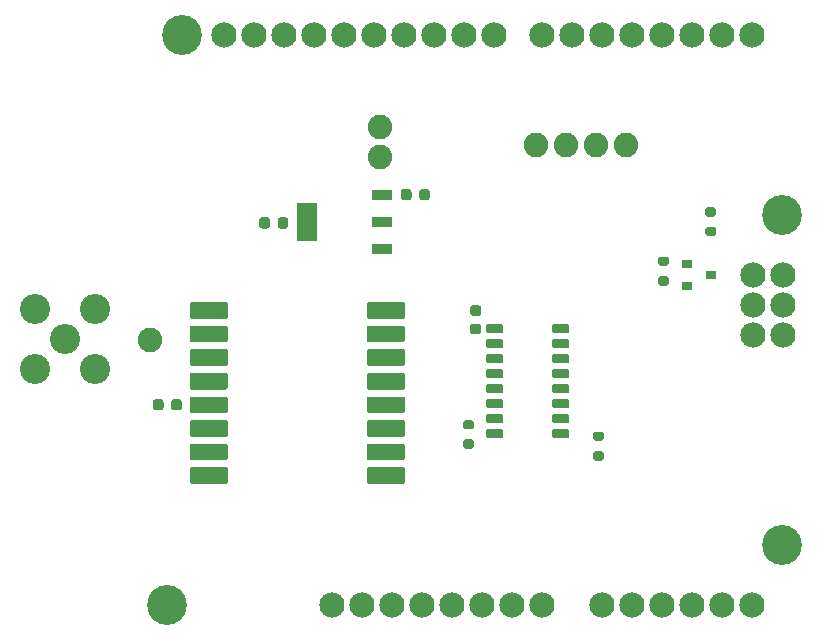
<source format=gbr>
%TF.GenerationSoftware,KiCad,Pcbnew,(5.1.9)-1*%
%TF.CreationDate,2021-01-06T17:39:48+00:00*%
%TF.ProjectId,RFMduino,52464d64-7569-46e6-9f2e-6b696361645f,rev?*%
%TF.SameCoordinates,Original*%
%TF.FileFunction,Soldermask,Top*%
%TF.FilePolarity,Negative*%
%FSLAX46Y46*%
G04 Gerber Fmt 4.6, Leading zero omitted, Abs format (unit mm)*
G04 Created by KiCad (PCBNEW (5.1.9)-1) date 2021-01-06 17:39:48*
%MOMM*%
%LPD*%
G01*
G04 APERTURE LIST*
%ADD10C,2.082800*%
%ADD11C,2.550000*%
%ADD12R,0.900000X0.800000*%
%ADD13R,1.750000X0.950000*%
%ADD14R,1.750000X3.200000*%
%ADD15C,2.133600*%
%ADD16C,3.378200*%
G04 APERTURE END LIST*
%TO.C,C1*%
G36*
G01*
X153275000Y-73450000D02*
X153275000Y-72950000D01*
G75*
G02*
X153500000Y-72725000I225000J0D01*
G01*
X153950000Y-72725000D01*
G75*
G02*
X154175000Y-72950000I0J-225000D01*
G01*
X154175000Y-73450000D01*
G75*
G02*
X153950000Y-73675000I-225000J0D01*
G01*
X153500000Y-73675000D01*
G75*
G02*
X153275000Y-73450000I0J225000D01*
G01*
G37*
G36*
G01*
X154825000Y-73450000D02*
X154825000Y-72950000D01*
G75*
G02*
X155050000Y-72725000I225000J0D01*
G01*
X155500000Y-72725000D01*
G75*
G02*
X155725000Y-72950000I0J-225000D01*
G01*
X155725000Y-73450000D01*
G75*
G02*
X155500000Y-73675000I-225000J0D01*
G01*
X155050000Y-73675000D01*
G75*
G02*
X154825000Y-73450000I0J225000D01*
G01*
G37*
%TD*%
%TO.C,C2*%
G36*
G01*
X142175000Y-75350000D02*
X142175000Y-75850000D01*
G75*
G02*
X141950000Y-76075000I-225000J0D01*
G01*
X141500000Y-76075000D01*
G75*
G02*
X141275000Y-75850000I0J225000D01*
G01*
X141275000Y-75350000D01*
G75*
G02*
X141500000Y-75125000I225000J0D01*
G01*
X141950000Y-75125000D01*
G75*
G02*
X142175000Y-75350000I0J-225000D01*
G01*
G37*
G36*
G01*
X143725000Y-75350000D02*
X143725000Y-75850000D01*
G75*
G02*
X143500000Y-76075000I-225000J0D01*
G01*
X143050000Y-76075000D01*
G75*
G02*
X142825000Y-75850000I0J225000D01*
G01*
X142825000Y-75350000D01*
G75*
G02*
X143050000Y-75125000I225000J0D01*
G01*
X143500000Y-75125000D01*
G75*
G02*
X143725000Y-75350000I0J-225000D01*
G01*
G37*
%TD*%
%TO.C,C3*%
G36*
G01*
X159850000Y-83475000D02*
X159350000Y-83475000D01*
G75*
G02*
X159125000Y-83250000I0J225000D01*
G01*
X159125000Y-82800000D01*
G75*
G02*
X159350000Y-82575000I225000J0D01*
G01*
X159850000Y-82575000D01*
G75*
G02*
X160075000Y-82800000I0J-225000D01*
G01*
X160075000Y-83250000D01*
G75*
G02*
X159850000Y-83475000I-225000J0D01*
G01*
G37*
G36*
G01*
X159850000Y-85025000D02*
X159350000Y-85025000D01*
G75*
G02*
X159125000Y-84800000I0J225000D01*
G01*
X159125000Y-84350000D01*
G75*
G02*
X159350000Y-84125000I225000J0D01*
G01*
X159850000Y-84125000D01*
G75*
G02*
X160075000Y-84350000I0J-225000D01*
G01*
X160075000Y-84800000D01*
G75*
G02*
X159850000Y-85025000I-225000J0D01*
G01*
G37*
%TD*%
%TO.C,C4*%
G36*
G01*
X134725000Y-90750000D02*
X134725000Y-91250000D01*
G75*
G02*
X134500000Y-91475000I-225000J0D01*
G01*
X134050000Y-91475000D01*
G75*
G02*
X133825000Y-91250000I0J225000D01*
G01*
X133825000Y-90750000D01*
G75*
G02*
X134050000Y-90525000I225000J0D01*
G01*
X134500000Y-90525000D01*
G75*
G02*
X134725000Y-90750000I0J-225000D01*
G01*
G37*
G36*
G01*
X133175000Y-90750000D02*
X133175000Y-91250000D01*
G75*
G02*
X132950000Y-91475000I-225000J0D01*
G01*
X132500000Y-91475000D01*
G75*
G02*
X132275000Y-91250000I0J225000D01*
G01*
X132275000Y-90750000D01*
G75*
G02*
X132500000Y-90525000I225000J0D01*
G01*
X132950000Y-90525000D01*
G75*
G02*
X133175000Y-90750000I0J-225000D01*
G01*
G37*
%TD*%
D10*
%TO.C,J1*%
X151500000Y-70000000D03*
X151500000Y-67460000D03*
%TD*%
%TO.C,J2*%
X172310000Y-69000000D03*
X169770000Y-69000000D03*
X167230000Y-69000000D03*
X164690000Y-69000000D03*
%TD*%
%TO.C,J3*%
X132000000Y-85500000D03*
%TD*%
D11*
%TO.C,J4*%
X124810000Y-85455000D03*
X122261000Y-88005000D03*
X127360000Y-88005000D03*
X127360000Y-82905000D03*
X122261000Y-82905000D03*
%TD*%
D12*
%TO.C,Q1*%
X177500000Y-79050000D03*
X177500000Y-80950000D03*
X179500000Y-80000000D03*
%TD*%
%TO.C,R1*%
G36*
G01*
X158725000Y-93925000D02*
X159275000Y-93925000D01*
G75*
G02*
X159475000Y-94125000I0J-200000D01*
G01*
X159475000Y-94525000D01*
G75*
G02*
X159275000Y-94725000I-200000J0D01*
G01*
X158725000Y-94725000D01*
G75*
G02*
X158525000Y-94525000I0J200000D01*
G01*
X158525000Y-94125000D01*
G75*
G02*
X158725000Y-93925000I200000J0D01*
G01*
G37*
G36*
G01*
X158725000Y-92275000D02*
X159275000Y-92275000D01*
G75*
G02*
X159475000Y-92475000I0J-200000D01*
G01*
X159475000Y-92875000D01*
G75*
G02*
X159275000Y-93075000I-200000J0D01*
G01*
X158725000Y-93075000D01*
G75*
G02*
X158525000Y-92875000I0J200000D01*
G01*
X158525000Y-92475000D01*
G75*
G02*
X158725000Y-92275000I200000J0D01*
G01*
G37*
%TD*%
%TO.C,R2*%
G36*
G01*
X169725000Y-93275000D02*
X170275000Y-93275000D01*
G75*
G02*
X170475000Y-93475000I0J-200000D01*
G01*
X170475000Y-93875000D01*
G75*
G02*
X170275000Y-94075000I-200000J0D01*
G01*
X169725000Y-94075000D01*
G75*
G02*
X169525000Y-93875000I0J200000D01*
G01*
X169525000Y-93475000D01*
G75*
G02*
X169725000Y-93275000I200000J0D01*
G01*
G37*
G36*
G01*
X169725000Y-94925000D02*
X170275000Y-94925000D01*
G75*
G02*
X170475000Y-95125000I0J-200000D01*
G01*
X170475000Y-95525000D01*
G75*
G02*
X170275000Y-95725000I-200000J0D01*
G01*
X169725000Y-95725000D01*
G75*
G02*
X169525000Y-95525000I0J200000D01*
G01*
X169525000Y-95125000D01*
G75*
G02*
X169725000Y-94925000I200000J0D01*
G01*
G37*
%TD*%
%TO.C,R3*%
G36*
G01*
X179225000Y-74275000D02*
X179775000Y-74275000D01*
G75*
G02*
X179975000Y-74475000I0J-200000D01*
G01*
X179975000Y-74875000D01*
G75*
G02*
X179775000Y-75075000I-200000J0D01*
G01*
X179225000Y-75075000D01*
G75*
G02*
X179025000Y-74875000I0J200000D01*
G01*
X179025000Y-74475000D01*
G75*
G02*
X179225000Y-74275000I200000J0D01*
G01*
G37*
G36*
G01*
X179225000Y-75925000D02*
X179775000Y-75925000D01*
G75*
G02*
X179975000Y-76125000I0J-200000D01*
G01*
X179975000Y-76525000D01*
G75*
G02*
X179775000Y-76725000I-200000J0D01*
G01*
X179225000Y-76725000D01*
G75*
G02*
X179025000Y-76525000I0J200000D01*
G01*
X179025000Y-76125000D01*
G75*
G02*
X179225000Y-75925000I200000J0D01*
G01*
G37*
%TD*%
%TO.C,R4*%
G36*
G01*
X175225000Y-80100000D02*
X175775000Y-80100000D01*
G75*
G02*
X175975000Y-80300000I0J-200000D01*
G01*
X175975000Y-80700000D01*
G75*
G02*
X175775000Y-80900000I-200000J0D01*
G01*
X175225000Y-80900000D01*
G75*
G02*
X175025000Y-80700000I0J200000D01*
G01*
X175025000Y-80300000D01*
G75*
G02*
X175225000Y-80100000I200000J0D01*
G01*
G37*
G36*
G01*
X175225000Y-78450000D02*
X175775000Y-78450000D01*
G75*
G02*
X175975000Y-78650000I0J-200000D01*
G01*
X175975000Y-79050000D01*
G75*
G02*
X175775000Y-79250000I-200000J0D01*
G01*
X175225000Y-79250000D01*
G75*
G02*
X175025000Y-79050000I0J200000D01*
G01*
X175025000Y-78650000D01*
G75*
G02*
X175225000Y-78450000I200000J0D01*
G01*
G37*
%TD*%
D13*
%TO.C,U1*%
X151650000Y-77800000D03*
X151650000Y-75500000D03*
X151650000Y-73200000D03*
D14*
X145350000Y-75500000D03*
%TD*%
%TO.C,U2*%
G36*
G01*
X160601480Y-84153680D02*
X161800360Y-84153680D01*
G75*
G02*
X161901960Y-84255280I0J-101600D01*
G01*
X161901960Y-84854720D01*
G75*
G02*
X161800360Y-84956320I-101600J0D01*
G01*
X160601480Y-84956320D01*
G75*
G02*
X160499880Y-84854720I0J101600D01*
G01*
X160499880Y-84255280D01*
G75*
G02*
X160601480Y-84153680I101600J0D01*
G01*
G37*
G36*
G01*
X160601480Y-85423680D02*
X161800360Y-85423680D01*
G75*
G02*
X161901960Y-85525280I0J-101600D01*
G01*
X161901960Y-86124720D01*
G75*
G02*
X161800360Y-86226320I-101600J0D01*
G01*
X160601480Y-86226320D01*
G75*
G02*
X160499880Y-86124720I0J101600D01*
G01*
X160499880Y-85525280D01*
G75*
G02*
X160601480Y-85423680I101600J0D01*
G01*
G37*
G36*
G01*
X160601480Y-86693680D02*
X161800360Y-86693680D01*
G75*
G02*
X161901960Y-86795280I0J-101600D01*
G01*
X161901960Y-87394720D01*
G75*
G02*
X161800360Y-87496320I-101600J0D01*
G01*
X160601480Y-87496320D01*
G75*
G02*
X160499880Y-87394720I0J101600D01*
G01*
X160499880Y-86795280D01*
G75*
G02*
X160601480Y-86693680I101600J0D01*
G01*
G37*
G36*
G01*
X160601480Y-87963680D02*
X161800360Y-87963680D01*
G75*
G02*
X161901960Y-88065280I0J-101600D01*
G01*
X161901960Y-88664720D01*
G75*
G02*
X161800360Y-88766320I-101600J0D01*
G01*
X160601480Y-88766320D01*
G75*
G02*
X160499880Y-88664720I0J101600D01*
G01*
X160499880Y-88065280D01*
G75*
G02*
X160601480Y-87963680I101600J0D01*
G01*
G37*
G36*
G01*
X160601480Y-89233680D02*
X161800360Y-89233680D01*
G75*
G02*
X161901960Y-89335280I0J-101600D01*
G01*
X161901960Y-89934720D01*
G75*
G02*
X161800360Y-90036320I-101600J0D01*
G01*
X160601480Y-90036320D01*
G75*
G02*
X160499880Y-89934720I0J101600D01*
G01*
X160499880Y-89335280D01*
G75*
G02*
X160601480Y-89233680I101600J0D01*
G01*
G37*
G36*
G01*
X160601480Y-90503680D02*
X161800360Y-90503680D01*
G75*
G02*
X161901960Y-90605280I0J-101600D01*
G01*
X161901960Y-91204720D01*
G75*
G02*
X161800360Y-91306320I-101600J0D01*
G01*
X160601480Y-91306320D01*
G75*
G02*
X160499880Y-91204720I0J101600D01*
G01*
X160499880Y-90605280D01*
G75*
G02*
X160601480Y-90503680I101600J0D01*
G01*
G37*
G36*
G01*
X160601480Y-91773680D02*
X161800360Y-91773680D01*
G75*
G02*
X161901960Y-91875280I0J-101600D01*
G01*
X161901960Y-92474720D01*
G75*
G02*
X161800360Y-92576320I-101600J0D01*
G01*
X160601480Y-92576320D01*
G75*
G02*
X160499880Y-92474720I0J101600D01*
G01*
X160499880Y-91875280D01*
G75*
G02*
X160601480Y-91773680I101600J0D01*
G01*
G37*
G36*
G01*
X160601480Y-93043680D02*
X161800360Y-93043680D01*
G75*
G02*
X161901960Y-93145280I0J-101600D01*
G01*
X161901960Y-93744720D01*
G75*
G02*
X161800360Y-93846320I-101600J0D01*
G01*
X160601480Y-93846320D01*
G75*
G02*
X160499880Y-93744720I0J101600D01*
G01*
X160499880Y-93145280D01*
G75*
G02*
X160601480Y-93043680I101600J0D01*
G01*
G37*
G36*
G01*
X166199640Y-93043680D02*
X167398520Y-93043680D01*
G75*
G02*
X167500120Y-93145280I0J-101600D01*
G01*
X167500120Y-93744720D01*
G75*
G02*
X167398520Y-93846320I-101600J0D01*
G01*
X166199640Y-93846320D01*
G75*
G02*
X166098040Y-93744720I0J101600D01*
G01*
X166098040Y-93145280D01*
G75*
G02*
X166199640Y-93043680I101600J0D01*
G01*
G37*
G36*
G01*
X166199640Y-91773680D02*
X167398520Y-91773680D01*
G75*
G02*
X167500120Y-91875280I0J-101600D01*
G01*
X167500120Y-92474720D01*
G75*
G02*
X167398520Y-92576320I-101600J0D01*
G01*
X166199640Y-92576320D01*
G75*
G02*
X166098040Y-92474720I0J101600D01*
G01*
X166098040Y-91875280D01*
G75*
G02*
X166199640Y-91773680I101600J0D01*
G01*
G37*
G36*
G01*
X166199640Y-90503680D02*
X167398520Y-90503680D01*
G75*
G02*
X167500120Y-90605280I0J-101600D01*
G01*
X167500120Y-91204720D01*
G75*
G02*
X167398520Y-91306320I-101600J0D01*
G01*
X166199640Y-91306320D01*
G75*
G02*
X166098040Y-91204720I0J101600D01*
G01*
X166098040Y-90605280D01*
G75*
G02*
X166199640Y-90503680I101600J0D01*
G01*
G37*
G36*
G01*
X166199640Y-89233680D02*
X167398520Y-89233680D01*
G75*
G02*
X167500120Y-89335280I0J-101600D01*
G01*
X167500120Y-89934720D01*
G75*
G02*
X167398520Y-90036320I-101600J0D01*
G01*
X166199640Y-90036320D01*
G75*
G02*
X166098040Y-89934720I0J101600D01*
G01*
X166098040Y-89335280D01*
G75*
G02*
X166199640Y-89233680I101600J0D01*
G01*
G37*
G36*
G01*
X166199640Y-87963680D02*
X167398520Y-87963680D01*
G75*
G02*
X167500120Y-88065280I0J-101600D01*
G01*
X167500120Y-88664720D01*
G75*
G02*
X167398520Y-88766320I-101600J0D01*
G01*
X166199640Y-88766320D01*
G75*
G02*
X166098040Y-88664720I0J101600D01*
G01*
X166098040Y-88065280D01*
G75*
G02*
X166199640Y-87963680I101600J0D01*
G01*
G37*
G36*
G01*
X166199640Y-86693680D02*
X167398520Y-86693680D01*
G75*
G02*
X167500120Y-86795280I0J-101600D01*
G01*
X167500120Y-87394720D01*
G75*
G02*
X167398520Y-87496320I-101600J0D01*
G01*
X166199640Y-87496320D01*
G75*
G02*
X166098040Y-87394720I0J101600D01*
G01*
X166098040Y-86795280D01*
G75*
G02*
X166199640Y-86693680I101600J0D01*
G01*
G37*
G36*
G01*
X166199640Y-85423680D02*
X167398520Y-85423680D01*
G75*
G02*
X167500120Y-85525280I0J-101600D01*
G01*
X167500120Y-86124720D01*
G75*
G02*
X167398520Y-86226320I-101600J0D01*
G01*
X166199640Y-86226320D01*
G75*
G02*
X166098040Y-86124720I0J101600D01*
G01*
X166098040Y-85525280D01*
G75*
G02*
X166199640Y-85423680I101600J0D01*
G01*
G37*
G36*
G01*
X166199640Y-84153680D02*
X167398520Y-84153680D01*
G75*
G02*
X167500120Y-84255280I0J-101600D01*
G01*
X167500120Y-84854720D01*
G75*
G02*
X167398520Y-84956320I-101600J0D01*
G01*
X166199640Y-84956320D01*
G75*
G02*
X166098040Y-84854720I0J101600D01*
G01*
X166098040Y-84255280D01*
G75*
G02*
X166199640Y-84153680I101600J0D01*
G01*
G37*
%TD*%
%TO.C,U3*%
G36*
G01*
X153599550Y-96398260D02*
X153599550Y-97597140D01*
G75*
G02*
X153497950Y-97698740I-101600J0D01*
G01*
X150498210Y-97698740D01*
G75*
G02*
X150396610Y-97597140I0J101600D01*
G01*
X150396610Y-96398260D01*
G75*
G02*
X150498210Y-96296660I101600J0D01*
G01*
X153497950Y-96296660D01*
G75*
G02*
X153599550Y-96398260I0J-101600D01*
G01*
G37*
G36*
G01*
X153599550Y-94399280D02*
X153599550Y-95598160D01*
G75*
G02*
X153497950Y-95699760I-101600J0D01*
G01*
X150498210Y-95699760D01*
G75*
G02*
X150396610Y-95598160I0J101600D01*
G01*
X150396610Y-94399280D01*
G75*
G02*
X150498210Y-94297680I101600J0D01*
G01*
X153497950Y-94297680D01*
G75*
G02*
X153599550Y-94399280I0J-101600D01*
G01*
G37*
G36*
G01*
X153599550Y-92400300D02*
X153599550Y-93599180D01*
G75*
G02*
X153497950Y-93700780I-101600J0D01*
G01*
X150498210Y-93700780D01*
G75*
G02*
X150396610Y-93599180I0J101600D01*
G01*
X150396610Y-92400300D01*
G75*
G02*
X150498210Y-92298700I101600J0D01*
G01*
X153497950Y-92298700D01*
G75*
G02*
X153599550Y-92400300I0J-101600D01*
G01*
G37*
G36*
G01*
X153599550Y-90398780D02*
X153599550Y-91597660D01*
G75*
G02*
X153497950Y-91699260I-101600J0D01*
G01*
X150498210Y-91699260D01*
G75*
G02*
X150396610Y-91597660I0J101600D01*
G01*
X150396610Y-90398780D01*
G75*
G02*
X150498210Y-90297180I101600J0D01*
G01*
X153497950Y-90297180D01*
G75*
G02*
X153599550Y-90398780I0J-101600D01*
G01*
G37*
G36*
G01*
X153599550Y-88402340D02*
X153599550Y-89601220D01*
G75*
G02*
X153497950Y-89702820I-101600J0D01*
G01*
X150498210Y-89702820D01*
G75*
G02*
X150396610Y-89601220I0J101600D01*
G01*
X150396610Y-88402340D01*
G75*
G02*
X150498210Y-88300740I101600J0D01*
G01*
X153497950Y-88300740D01*
G75*
G02*
X153599550Y-88402340I0J-101600D01*
G01*
G37*
G36*
G01*
X153599550Y-86400820D02*
X153599550Y-87599700D01*
G75*
G02*
X153497950Y-87701300I-101600J0D01*
G01*
X150498210Y-87701300D01*
G75*
G02*
X150396610Y-87599700I0J101600D01*
G01*
X150396610Y-86400820D01*
G75*
G02*
X150498210Y-86299220I101600J0D01*
G01*
X153497950Y-86299220D01*
G75*
G02*
X153599550Y-86400820I0J-101600D01*
G01*
G37*
G36*
G01*
X153599550Y-84401840D02*
X153599550Y-85600720D01*
G75*
G02*
X153497950Y-85702320I-101600J0D01*
G01*
X150498210Y-85702320D01*
G75*
G02*
X150396610Y-85600720I0J101600D01*
G01*
X150396610Y-84401840D01*
G75*
G02*
X150498210Y-84300240I101600J0D01*
G01*
X153497950Y-84300240D01*
G75*
G02*
X153599550Y-84401840I0J-101600D01*
G01*
G37*
G36*
G01*
X153599550Y-82402860D02*
X153599550Y-83601740D01*
G75*
G02*
X153497950Y-83703340I-101600J0D01*
G01*
X150498210Y-83703340D01*
G75*
G02*
X150396610Y-83601740I0J101600D01*
G01*
X150396610Y-82402860D01*
G75*
G02*
X150498210Y-82301260I101600J0D01*
G01*
X153497950Y-82301260D01*
G75*
G02*
X153599550Y-82402860I0J-101600D01*
G01*
G37*
G36*
G01*
X138603390Y-82402860D02*
X138603390Y-83601740D01*
G75*
G02*
X138501790Y-83703340I-101600J0D01*
G01*
X135502050Y-83703340D01*
G75*
G02*
X135400450Y-83601740I0J101600D01*
G01*
X135400450Y-82402860D01*
G75*
G02*
X135502050Y-82301260I101600J0D01*
G01*
X138501790Y-82301260D01*
G75*
G02*
X138603390Y-82402860I0J-101600D01*
G01*
G37*
G36*
G01*
X138603390Y-84401840D02*
X138603390Y-85600720D01*
G75*
G02*
X138501790Y-85702320I-101600J0D01*
G01*
X135502050Y-85702320D01*
G75*
G02*
X135400450Y-85600720I0J101600D01*
G01*
X135400450Y-84401840D01*
G75*
G02*
X135502050Y-84300240I101600J0D01*
G01*
X138501790Y-84300240D01*
G75*
G02*
X138603390Y-84401840I0J-101600D01*
G01*
G37*
G36*
G01*
X138603390Y-86400820D02*
X138603390Y-87599700D01*
G75*
G02*
X138501790Y-87701300I-101600J0D01*
G01*
X135502050Y-87701300D01*
G75*
G02*
X135400450Y-87599700I0J101600D01*
G01*
X135400450Y-86400820D01*
G75*
G02*
X135502050Y-86299220I101600J0D01*
G01*
X138501790Y-86299220D01*
G75*
G02*
X138603390Y-86400820I0J-101600D01*
G01*
G37*
G36*
G01*
X138603390Y-88402340D02*
X138603390Y-89601220D01*
G75*
G02*
X138501790Y-89702820I-101600J0D01*
G01*
X135502050Y-89702820D01*
G75*
G02*
X135400450Y-89601220I0J101600D01*
G01*
X135400450Y-88402340D01*
G75*
G02*
X135502050Y-88300740I101600J0D01*
G01*
X138501790Y-88300740D01*
G75*
G02*
X138603390Y-88402340I0J-101600D01*
G01*
G37*
G36*
G01*
X138603390Y-90398780D02*
X138603390Y-91597660D01*
G75*
G02*
X138501790Y-91699260I-101600J0D01*
G01*
X135502050Y-91699260D01*
G75*
G02*
X135400450Y-91597660I0J101600D01*
G01*
X135400450Y-90398780D01*
G75*
G02*
X135502050Y-90297180I101600J0D01*
G01*
X138501790Y-90297180D01*
G75*
G02*
X138603390Y-90398780I0J-101600D01*
G01*
G37*
G36*
G01*
X138603390Y-92400300D02*
X138603390Y-93599180D01*
G75*
G02*
X138501790Y-93700780I-101600J0D01*
G01*
X135502050Y-93700780D01*
G75*
G02*
X135400450Y-93599180I0J101600D01*
G01*
X135400450Y-92400300D01*
G75*
G02*
X135502050Y-92298700I101600J0D01*
G01*
X138501790Y-92298700D01*
G75*
G02*
X138603390Y-92400300I0J-101600D01*
G01*
G37*
G36*
G01*
X138603390Y-94399280D02*
X138603390Y-95598160D01*
G75*
G02*
X138501790Y-95699760I-101600J0D01*
G01*
X135502050Y-95699760D01*
G75*
G02*
X135400450Y-95598160I0J101600D01*
G01*
X135400450Y-94399280D01*
G75*
G02*
X135502050Y-94297680I101600J0D01*
G01*
X138501790Y-94297680D01*
G75*
G02*
X138603390Y-94399280I0J-101600D01*
G01*
G37*
G36*
G01*
X138603390Y-96398260D02*
X138603390Y-97597140D01*
G75*
G02*
X138501790Y-97698740I-101600J0D01*
G01*
X135502050Y-97698740D01*
G75*
G02*
X135400450Y-97597140I0J101600D01*
G01*
X135400450Y-96398260D01*
G75*
G02*
X135502050Y-96296660I101600J0D01*
G01*
X138501790Y-96296660D01*
G75*
G02*
X138603390Y-96398260I0J-101600D01*
G01*
G37*
%TD*%
D15*
%TO.C,B1*%
X155040000Y-107930000D03*
X157580000Y-107930000D03*
X170280000Y-107930000D03*
X172820000Y-107930000D03*
X175360000Y-107930000D03*
X177900000Y-107930000D03*
X180440000Y-107930000D03*
X182980000Y-107930000D03*
X143356000Y-59670000D03*
X182980000Y-59670000D03*
X180440000Y-59670000D03*
X177900000Y-59670000D03*
X175360000Y-59670000D03*
X172820000Y-59670000D03*
X170280000Y-59670000D03*
X167740000Y-59670000D03*
X165200000Y-59670000D03*
X161136000Y-59670000D03*
X158596000Y-59670000D03*
X156056000Y-59670000D03*
X153516000Y-59670000D03*
X150976000Y-59670000D03*
X148436000Y-59670000D03*
X160120000Y-107930000D03*
X162660000Y-107930000D03*
X145896000Y-59670000D03*
X185659700Y-85118260D03*
X149960000Y-107930000D03*
X183119700Y-80040800D03*
X185659700Y-82580800D03*
X147420000Y-107930000D03*
X152500000Y-107930000D03*
X183119700Y-85118260D03*
X183119700Y-82580800D03*
X138276000Y-59670000D03*
X140816000Y-59670000D03*
X185659700Y-80040800D03*
X165200000Y-107930000D03*
D16*
X134720000Y-59670000D03*
X185520000Y-74910000D03*
X185520000Y-102850000D03*
X133450000Y-107930000D03*
%TD*%
M02*

</source>
